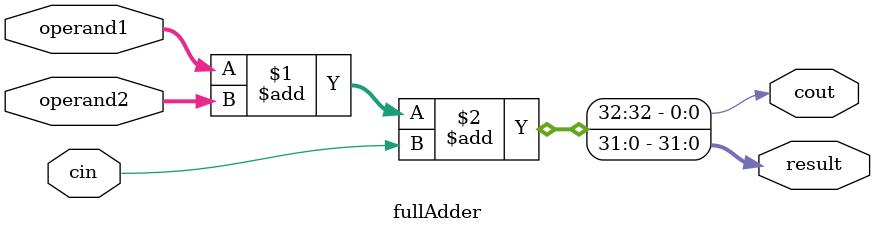
<source format=sv>

module fullAdder #(
    parameter WIDTH = 32
) (
    input logic[WIDTH-1:0] operand1, operand2,
    input logic cin,
    output logic[WIDTH-1:0] result,
    output logic cout
);

    assign {cout, result} = operand1 + operand2 + cin;
    
endmodule
</source>
